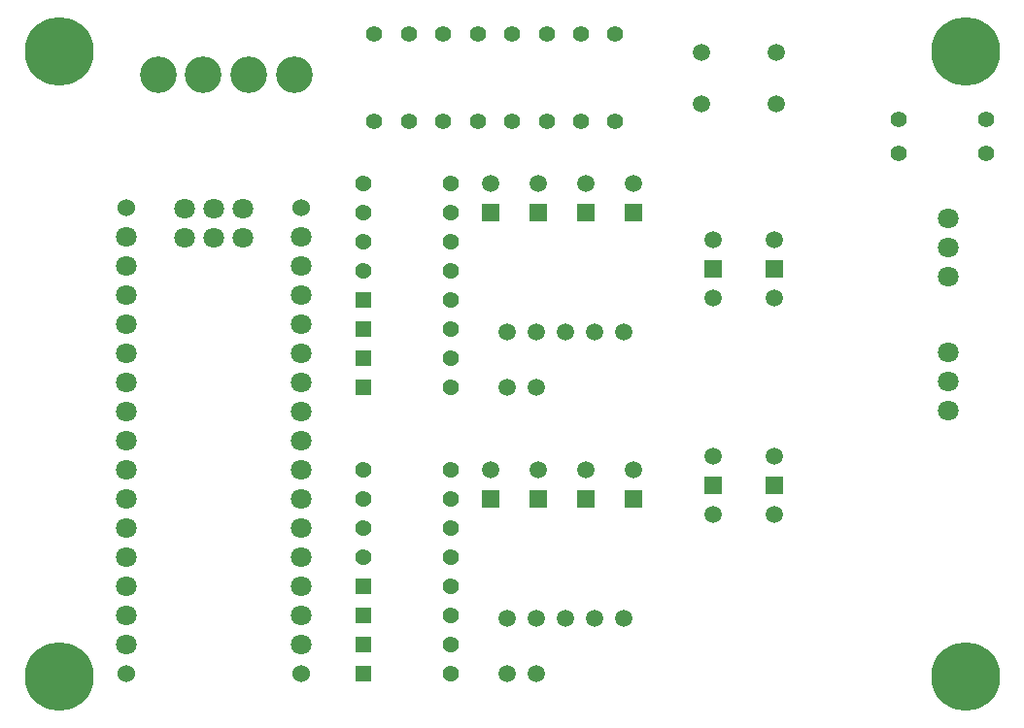
<source format=gbr>
%TF.GenerationSoftware,Altium Limited,Altium Designer,21.8.1 (53)*%
G04 Layer_Color=255*
%FSLAX43Y43*%
%MOMM*%
%TF.SameCoordinates,34F7A64E-A76D-4A2E-B03E-92C6081B7B14*%
%TF.FilePolarity,Positive*%
%TF.FileFunction,Pads,Bot*%
%TF.Part,Single*%
G01*
G75*
%TA.AperFunction,ComponentPad*%
%ADD14C,1.400*%
%ADD15C,1.800*%
%ADD16C,1.524*%
%ADD17C,3.200*%
%ADD18C,1.500*%
%ADD19R,1.500X1.500*%
%ADD20C,1.425*%
%ADD21R,1.425X1.425*%
%TA.AperFunction,ViaPad*%
%ADD22C,6.000*%
D14*
X77690Y53600D02*
D03*
X85310D02*
D03*
X77690Y50600D02*
D03*
X85310D02*
D03*
X32000Y61000D02*
D03*
Y53380D02*
D03*
X35000D02*
D03*
Y61000D02*
D03*
X38000Y53380D02*
D03*
Y61000D02*
D03*
X41000Y53380D02*
D03*
Y61000D02*
D03*
X44000Y53380D02*
D03*
Y61000D02*
D03*
X47000Y53380D02*
D03*
Y61000D02*
D03*
X50000Y53380D02*
D03*
Y61000D02*
D03*
X53000Y53380D02*
D03*
Y61000D02*
D03*
D15*
X20550Y43270D02*
D03*
X18010D02*
D03*
X15470D02*
D03*
X20550Y45810D02*
D03*
X18010D02*
D03*
X15470D02*
D03*
X25620Y43370D02*
D03*
Y40830D02*
D03*
Y38290D02*
D03*
Y35750D02*
D03*
Y33210D02*
D03*
Y30670D02*
D03*
Y28130D02*
D03*
Y25590D02*
D03*
Y23050D02*
D03*
Y20510D02*
D03*
Y17970D02*
D03*
Y15430D02*
D03*
Y12890D02*
D03*
Y10350D02*
D03*
Y7810D02*
D03*
X10380D02*
D03*
Y10350D02*
D03*
Y12890D02*
D03*
Y15430D02*
D03*
Y17970D02*
D03*
Y20510D02*
D03*
Y23050D02*
D03*
Y25590D02*
D03*
Y28130D02*
D03*
Y30670D02*
D03*
Y33210D02*
D03*
Y35750D02*
D03*
Y38290D02*
D03*
Y40830D02*
D03*
Y43370D02*
D03*
X82000Y39850D02*
D03*
Y42390D02*
D03*
Y44930D02*
D03*
Y28210D02*
D03*
Y30750D02*
D03*
Y33290D02*
D03*
D16*
X25620Y45910D02*
D03*
X10380D02*
D03*
X25620Y5270D02*
D03*
X10380D02*
D03*
D17*
X13144Y57474D02*
D03*
X17104D02*
D03*
X21064D02*
D03*
X25024D02*
D03*
D18*
X53760Y10030D02*
D03*
X51220D02*
D03*
X48680D02*
D03*
X46140D02*
D03*
X43600D02*
D03*
X53760Y35030D02*
D03*
X51220D02*
D03*
X48680D02*
D03*
X46140D02*
D03*
X43600D02*
D03*
X66830Y24210D02*
D03*
Y19130D02*
D03*
X61530Y24210D02*
D03*
Y19130D02*
D03*
X66830Y43070D02*
D03*
Y37990D02*
D03*
X61530Y43070D02*
D03*
Y37990D02*
D03*
X46250Y23000D02*
D03*
X54550D02*
D03*
Y48000D02*
D03*
X50400Y23000D02*
D03*
Y48000D02*
D03*
X46250D02*
D03*
X42100Y23000D02*
D03*
Y48000D02*
D03*
X43600Y30220D02*
D03*
X46140D02*
D03*
X43600Y5220D02*
D03*
X46140D02*
D03*
X60507Y59440D02*
D03*
X67007D02*
D03*
X60507Y54940D02*
D03*
X67007D02*
D03*
D19*
X66830Y21670D02*
D03*
X61530D02*
D03*
X66830Y40530D02*
D03*
X61530D02*
D03*
X46250Y20460D02*
D03*
X54550D02*
D03*
Y45460D02*
D03*
X50400Y20460D02*
D03*
Y45460D02*
D03*
X46250D02*
D03*
X42100Y20460D02*
D03*
Y45460D02*
D03*
D20*
X31000Y48000D02*
D03*
Y45460D02*
D03*
Y42920D02*
D03*
Y40380D02*
D03*
X38620Y30220D02*
D03*
Y32760D02*
D03*
Y35300D02*
D03*
Y37840D02*
D03*
Y40380D02*
D03*
Y42920D02*
D03*
Y45460D02*
D03*
Y48000D02*
D03*
X31000Y23000D02*
D03*
Y20460D02*
D03*
Y17920D02*
D03*
Y15380D02*
D03*
X38620Y5220D02*
D03*
Y7760D02*
D03*
Y10300D02*
D03*
Y12840D02*
D03*
Y15380D02*
D03*
Y17920D02*
D03*
Y20460D02*
D03*
Y23000D02*
D03*
D21*
X31000Y37840D02*
D03*
Y35300D02*
D03*
Y32760D02*
D03*
Y30220D02*
D03*
Y12840D02*
D03*
Y10300D02*
D03*
Y7760D02*
D03*
Y5220D02*
D03*
D22*
X83500Y5000D02*
D03*
Y59500D02*
D03*
X4500D02*
D03*
Y5000D02*
D03*
%TF.MD5,97525f1ee1e8275b74849bc45633150c*%
M02*

</source>
